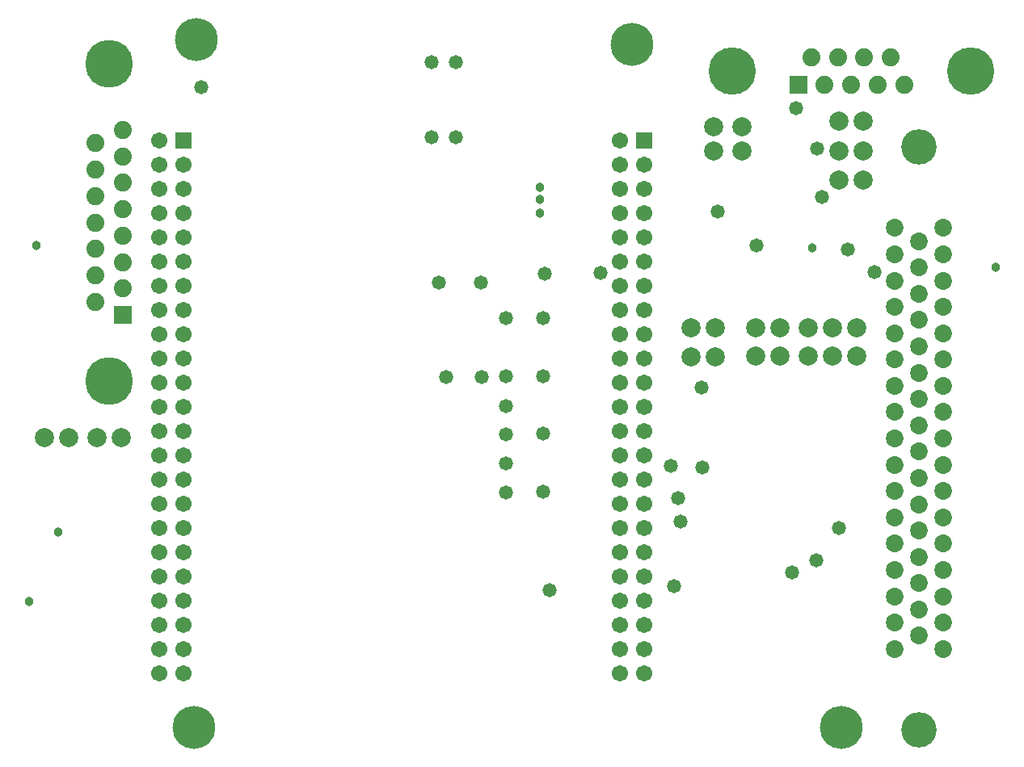
<source format=gbs>
G04*
G04 #@! TF.GenerationSoftware,Altium Limited,Altium Designer,19.0.12 (326)*
G04*
G04 Layer_Color=16711935*
%FSLAX25Y25*%
%MOIN*%
G70*
G01*
G75*
%ADD39C,0.17729*%
%ADD40C,0.14600*%
%ADD41C,0.07300*%
%ADD42C,0.06706*%
%ADD43R,0.06706X0.06706*%
%ADD44C,0.07887*%
%ADD45C,0.19540*%
%ADD46R,0.07453X0.07453*%
%ADD47C,0.07453*%
%ADD48R,0.07453X0.07453*%
%ADD49C,0.07453*%
%ADD50C,0.19698*%
%ADD51C,0.05800*%
%ADD52C,0.03800*%
D39*
X426500Y323000D02*
D03*
X340000Y605000D02*
D03*
X159500Y323000D02*
D03*
X160500Y607000D02*
D03*
D40*
X458500Y562500D02*
D03*
Y321949D02*
D03*
D41*
X468500Y355295D02*
D03*
X448500D02*
D03*
X468500Y377028D02*
D03*
Y387894D02*
D03*
Y398760D02*
D03*
Y409626D02*
D03*
Y420492D02*
D03*
Y431358D02*
D03*
Y442224D02*
D03*
Y453090D02*
D03*
Y463957D02*
D03*
Y474823D02*
D03*
Y485689D02*
D03*
Y496555D02*
D03*
Y507421D02*
D03*
Y518287D02*
D03*
Y529153D02*
D03*
X458500Y360768D02*
D03*
Y371631D02*
D03*
Y382495D02*
D03*
Y393358D02*
D03*
Y404222D02*
D03*
Y415085D02*
D03*
Y425949D02*
D03*
Y436812D02*
D03*
Y447676D02*
D03*
Y458539D02*
D03*
Y469403D02*
D03*
Y480266D02*
D03*
Y491130D02*
D03*
Y501993D02*
D03*
Y512857D02*
D03*
Y523720D02*
D03*
X448500Y366161D02*
D03*
Y377028D02*
D03*
Y387894D02*
D03*
Y398760D02*
D03*
Y409626D02*
D03*
Y420492D02*
D03*
Y431358D02*
D03*
Y442224D02*
D03*
Y453090D02*
D03*
Y463957D02*
D03*
Y474823D02*
D03*
Y485689D02*
D03*
Y496555D02*
D03*
Y507421D02*
D03*
X468500Y366161D02*
D03*
X448500Y518287D02*
D03*
Y529153D02*
D03*
D42*
X335000Y345398D02*
D03*
X345000D02*
D03*
X335000Y355398D02*
D03*
X345000D02*
D03*
X335000Y365398D02*
D03*
X345000D02*
D03*
X335000Y375398D02*
D03*
X345000D02*
D03*
X335000Y385398D02*
D03*
X345000D02*
D03*
X335000Y395398D02*
D03*
X345000D02*
D03*
X335000Y405398D02*
D03*
X345000D02*
D03*
X335000Y415398D02*
D03*
X345000D02*
D03*
X335000Y425398D02*
D03*
X345000D02*
D03*
X335000Y435398D02*
D03*
X345000D02*
D03*
X335000Y445398D02*
D03*
X345000D02*
D03*
X335000Y455398D02*
D03*
X345000D02*
D03*
X335000Y465398D02*
D03*
X345000D02*
D03*
X335000Y475398D02*
D03*
X345000D02*
D03*
X335000Y485398D02*
D03*
X345000D02*
D03*
X335000Y495398D02*
D03*
X345000D02*
D03*
X335000Y505398D02*
D03*
X345000D02*
D03*
X335000Y515398D02*
D03*
X345000D02*
D03*
X335000Y525398D02*
D03*
X345000D02*
D03*
X335000Y535398D02*
D03*
X345000D02*
D03*
X335000Y545398D02*
D03*
X345000D02*
D03*
X335000Y555398D02*
D03*
X345000D02*
D03*
X335000Y565398D02*
D03*
X145000D02*
D03*
X155000Y555398D02*
D03*
X145000D02*
D03*
X155000Y545398D02*
D03*
X145000D02*
D03*
X155000Y535398D02*
D03*
X145000D02*
D03*
X155000Y525398D02*
D03*
X145000D02*
D03*
X155000Y515398D02*
D03*
X145000D02*
D03*
X155000Y505398D02*
D03*
X145000D02*
D03*
X155000Y495398D02*
D03*
X145000D02*
D03*
X155000Y485398D02*
D03*
X145000D02*
D03*
X155000Y475398D02*
D03*
X145000D02*
D03*
X155000Y465398D02*
D03*
X145000D02*
D03*
X155000Y455398D02*
D03*
X145000D02*
D03*
X155000Y445398D02*
D03*
X145000D02*
D03*
X155000Y435398D02*
D03*
X145000D02*
D03*
X155000Y425398D02*
D03*
X145000D02*
D03*
X155000Y415398D02*
D03*
X145000D02*
D03*
X155000Y405398D02*
D03*
X145000D02*
D03*
X155000Y395398D02*
D03*
X145000D02*
D03*
X155000Y385398D02*
D03*
X145000D02*
D03*
X155000Y375398D02*
D03*
X145000D02*
D03*
X155000Y365398D02*
D03*
X145000D02*
D03*
X155000Y355398D02*
D03*
X145000D02*
D03*
X155000Y345398D02*
D03*
X145000D02*
D03*
D43*
X345000Y565398D02*
D03*
X155000D02*
D03*
D44*
X129466Y442688D02*
D03*
X119466D02*
D03*
X97808D02*
D03*
X107808D02*
D03*
X432642Y476225D02*
D03*
X422642D02*
D03*
X412642D02*
D03*
X432642Y487926D02*
D03*
X422642D02*
D03*
X412642D02*
D03*
X401275Y488078D02*
D03*
X391276D02*
D03*
X401275Y476219D02*
D03*
X391276D02*
D03*
X364500Y476000D02*
D03*
X374500D02*
D03*
X425500Y561000D02*
D03*
X435500D02*
D03*
X425500Y573236D02*
D03*
X435500D02*
D03*
X425500Y549000D02*
D03*
X435500D02*
D03*
X373736Y561000D02*
D03*
Y571000D02*
D03*
X385500Y560917D02*
D03*
Y570917D02*
D03*
X374500Y488000D02*
D03*
X364500D02*
D03*
D45*
X479693Y593909D02*
D03*
X381307D02*
D03*
D46*
X408689Y588319D02*
D03*
D47*
X414142Y599500D02*
D03*
X419594Y588319D02*
D03*
X425047Y599500D02*
D03*
X430500Y588319D02*
D03*
X435953Y599500D02*
D03*
X441405Y588319D02*
D03*
X446858Y599500D02*
D03*
X452311Y588319D02*
D03*
D48*
X129992Y493236D02*
D03*
D49*
X118811Y498689D02*
D03*
X129992Y504142D02*
D03*
X118811Y509594D02*
D03*
X129992Y515047D02*
D03*
X118811Y520500D02*
D03*
X129992Y525953D02*
D03*
X118811Y531405D02*
D03*
X129992Y536858D02*
D03*
X118811Y542311D02*
D03*
X129992Y547764D02*
D03*
X118811Y553217D02*
D03*
X129992Y558669D02*
D03*
X118811Y564122D02*
D03*
X129992Y569575D02*
D03*
D50*
X124402Y465815D02*
D03*
Y596996D02*
D03*
D51*
X440014Y511031D02*
D03*
X277673Y506453D02*
D03*
X260500D02*
D03*
X263500Y467719D02*
D03*
X162500Y587105D02*
D03*
X257500Y597500D02*
D03*
X306000Y379745D02*
D03*
X369000Y430312D02*
D03*
X429261Y520107D02*
D03*
X407642Y578500D02*
D03*
X288000Y491815D02*
D03*
X278000Y467719D02*
D03*
X359000Y417500D02*
D03*
X425500Y405200D02*
D03*
X304000Y510185D02*
D03*
X327000Y510745D02*
D03*
X391500Y522000D02*
D03*
X356000Y431072D02*
D03*
X357500Y381245D02*
D03*
X416000Y392000D02*
D03*
X416500Y562000D02*
D03*
X418500Y542000D02*
D03*
X288000Y432000D02*
D03*
X267500Y597500D02*
D03*
Y566500D02*
D03*
X257500D02*
D03*
X288000Y467815D02*
D03*
Y420000D02*
D03*
Y444000D02*
D03*
Y455500D02*
D03*
X406000Y386795D02*
D03*
X360000Y408000D02*
D03*
X368771Y463315D02*
D03*
X303500Y491815D02*
D03*
Y467815D02*
D03*
Y444315D02*
D03*
Y420315D02*
D03*
X375500Y535934D02*
D03*
D52*
X94608Y521934D02*
D03*
X103500Y403555D02*
D03*
X302000Y540917D02*
D03*
Y535398D02*
D03*
Y546000D02*
D03*
X490000Y513000D02*
D03*
X414500Y521000D02*
D03*
X91432Y375036D02*
D03*
M02*

</source>
